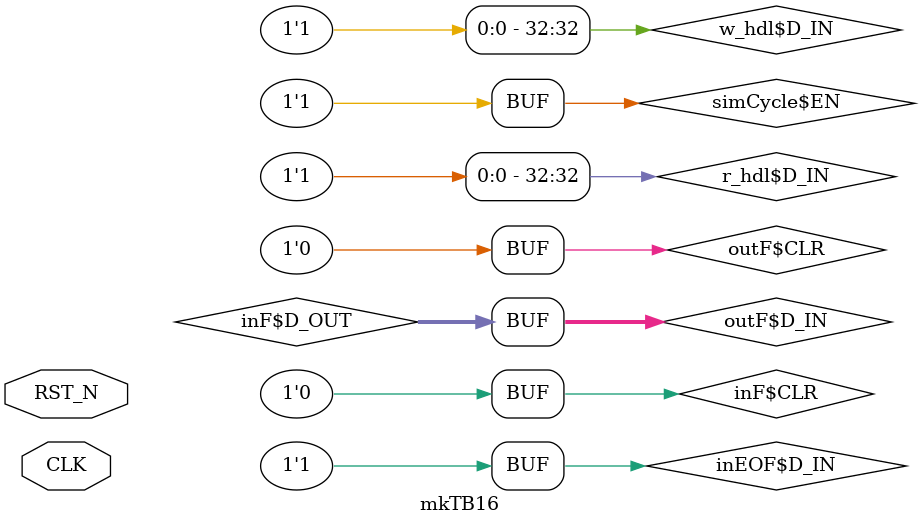
<source format=v>

`ifdef BSV_ASSIGNMENT_DELAY
`else
  `define BSV_ASSIGNMENT_DELAY
`endif

`ifdef BSV_POSITIVE_RESET
  `define BSV_RESET_VALUE 1'b1
  `define BSV_RESET_EDGE posedge
`else
  `define BSV_RESET_VALUE 1'b0
  `define BSV_RESET_EDGE negedge
`endif

module mkTB16(CLK,
	      RST_N);
  input  CLK;
  input  RST_N;

  // register cp2hByteCount
  reg [31 : 0] cp2hByteCount;
  wire [31 : 0] cp2hByteCount$D_IN;
  wire cp2hByteCount$EN;

  // register h2cpByteCount
  reg [31 : 0] h2cpByteCount;
  wire [31 : 0] h2cpByteCount$D_IN;
  wire h2cpByteCount$EN;

  // register inEOF
  reg inEOF;
  wire inEOF$D_IN, inEOF$EN;

  // register r_hdl
  reg [32 : 0] r_hdl;
  wire [32 : 0] r_hdl$D_IN;
  wire r_hdl$EN;

  // register simCycle
  reg [15 : 0] simCycle;
  wire [15 : 0] simCycle$D_IN;
  wire simCycle$EN;

  // register w_hdl
  reg [32 : 0] w_hdl;
  wire [32 : 0] w_hdl$D_IN;
  wire w_hdl$EN;

  // ports of submodule inF
  wire [7 : 0] inF$D_IN, inF$D_OUT;
  wire inF$CLR, inF$DEQ, inF$EMPTY_N, inF$ENQ, inF$FULL_N;

  // ports of submodule outF
  wire [7 : 0] outF$D_IN, outF$D_OUT;
  wire outF$CLR, outF$DEQ, outF$EMPTY_N, outF$ENQ, outF$FULL_N;

  // rule scheduling signals
  wire WILL_FIRE_RL_do_r_char, WILL_FIRE_RL_do_w_char;

  // remaining internal signals
  reg [63 : 0] v__h1146, v__h1334, v__h1690, v__h1787;
  reg [31 : 0] TASK_fopen___d4, TASK_fopen___d9, b__h986;

  // submodule inF
  FIFO2 #(.width(32'd8), .guarded(32'd1)) inF(.RST(RST_N),
					      .CLK(CLK),
					      .D_IN(inF$D_IN),
					      .ENQ(inF$ENQ),
					      .DEQ(inF$DEQ),
					      .CLR(inF$CLR),
					      .D_OUT(inF$D_OUT),
					      .FULL_N(inF$FULL_N),
					      .EMPTY_N(inF$EMPTY_N));

  // submodule outF
  FIFO2 #(.width(32'd8), .guarded(32'd1)) outF(.RST(RST_N),
					       .CLK(CLK),
					       .D_IN(outF$D_IN),
					       .ENQ(outF$ENQ),
					       .DEQ(outF$DEQ),
					       .CLR(outF$CLR),
					       .D_OUT(outF$D_OUT),
					       .FULL_N(outF$FULL_N),
					       .EMPTY_N(outF$EMPTY_N));

  // rule RL_do_r_char
  assign WILL_FIRE_RL_do_r_char = inF$FULL_N && r_hdl[32] && !inEOF ;

  // rule RL_do_w_char
  assign WILL_FIRE_RL_do_w_char = outF$EMPTY_N && w_hdl[32] ;

  // register cp2hByteCount
  assign cp2hByteCount$D_IN = cp2hByteCount + 32'd1 ;
  assign cp2hByteCount$EN = WILL_FIRE_RL_do_w_char ;

  // register h2cpByteCount
  assign h2cpByteCount$D_IN = h2cpByteCount + 32'd1 ;
  assign h2cpByteCount$EN =
	     WILL_FIRE_RL_do_r_char && b__h986 != 32'hFFFFFFFF ;

  // register inEOF
  assign inEOF$D_IN = 1'd1 ;
  assign inEOF$EN = WILL_FIRE_RL_do_r_char && b__h986 == 32'hFFFFFFFF ;

  // register r_hdl
  assign r_hdl$D_IN = { 1'd1, TASK_fopen___d4 } ;
  assign r_hdl$EN = !r_hdl[32] ;

  // register simCycle
  assign simCycle$D_IN = simCycle + 16'd1 ;
  assign simCycle$EN = 1'd1 ;

  // register w_hdl
  assign w_hdl$D_IN = { 1'd1, TASK_fopen___d9 } ;
  assign w_hdl$EN = !w_hdl[32] ;

  // submodule inF
  assign inF$D_IN = b__h986[7:0] ;
  assign inF$ENQ = WILL_FIRE_RL_do_r_char && b__h986 != 32'hFFFFFFFF ;
  assign inF$DEQ = outF$FULL_N && inF$EMPTY_N ;
  assign inF$CLR = 1'b0 ;

  // submodule outF
  assign outF$D_IN = inF$D_OUT ;
  assign outF$ENQ = outF$FULL_N && inF$EMPTY_N ;
  assign outF$DEQ = WILL_FIRE_RL_do_w_char ;
  assign outF$CLR = 1'b0 ;

  // handling of inlined registers

  always@(posedge CLK)
  begin
    if (RST_N == `BSV_RESET_VALUE)
      begin
        cp2hByteCount <= `BSV_ASSIGNMENT_DELAY 32'd0;
	h2cpByteCount <= `BSV_ASSIGNMENT_DELAY 32'd0;
	inEOF <= `BSV_ASSIGNMENT_DELAY 1'd0;
	r_hdl <= `BSV_ASSIGNMENT_DELAY 33'h0AAAAAAAA;
	simCycle <= `BSV_ASSIGNMENT_DELAY 16'd0;
	w_hdl <= `BSV_ASSIGNMENT_DELAY 33'h0AAAAAAAA;
      end
    else
      begin
        if (cp2hByteCount$EN)
	  cp2hByteCount <= `BSV_ASSIGNMENT_DELAY cp2hByteCount$D_IN;
	if (h2cpByteCount$EN)
	  h2cpByteCount <= `BSV_ASSIGNMENT_DELAY h2cpByteCount$D_IN;
	if (inEOF$EN) inEOF <= `BSV_ASSIGNMENT_DELAY inEOF$D_IN;
	if (r_hdl$EN) r_hdl <= `BSV_ASSIGNMENT_DELAY r_hdl$D_IN;
	if (simCycle$EN) simCycle <= `BSV_ASSIGNMENT_DELAY simCycle$D_IN;
	if (w_hdl$EN) w_hdl <= `BSV_ASSIGNMENT_DELAY w_hdl$D_IN;
      end
  end

  // synopsys translate_off
  `ifdef BSV_NO_INITIAL_BLOCKS
  `else // not BSV_NO_INITIAL_BLOCKS
  initial
  begin
    cp2hByteCount = 32'hAAAAAAAA;
    h2cpByteCount = 32'hAAAAAAAA;
    inEOF = 1'h0;
    r_hdl = 33'h0AAAAAAAA;
    simCycle = 16'hAAAA;
    w_hdl = 33'h0AAAAAAAA;
  end
  `endif // BSV_NO_INITIAL_BLOCKS
  // synopsys translate_on

  // handling of system tasks

  // synopsys translate_off
  always@(negedge CLK)
  begin
    #0;
    if (RST_N != `BSV_RESET_VALUE)
      if (!r_hdl[32])
	begin
	  TASK_fopen___d4 = $fopen("/tmp/OpenCPI0_Req", "r");
	  #0;
	end
    if (RST_N != `BSV_RESET_VALUE)
      if (!w_hdl[32])
	begin
	  TASK_fopen___d9 = $fopen("/tmp/OpenCPI0_Resp", "w");
	  #0;
	end
    if (RST_N != `BSV_RESET_VALUE)
      if (WILL_FIRE_RL_do_r_char)
	begin
	  b__h986 = $fgetc(r_hdl[31:0]);
	  #0;
	end
    if (RST_N != `BSV_RESET_VALUE)
      if (WILL_FIRE_RL_do_r_char && b__h986 == 32'hFFFFFFFF)
	begin
	  v__h1146 = $time;
	  #0;
	end
    if (RST_N != `BSV_RESET_VALUE)
      if (WILL_FIRE_RL_do_r_char && b__h986 == 32'hFFFFFFFF)
	$display("[%0d]: do_r_char fgetc returned -1 after %0d Bytes",
		 v__h1146,
		 h2cpByteCount);
    if (RST_N != `BSV_RESET_VALUE)
      if (WILL_FIRE_RL_do_r_char && b__h986 == 32'hFFFFFFFF)
	$fclose(r_hdl[31:0]);
    if (RST_N != `BSV_RESET_VALUE)
      if (WILL_FIRE_RL_do_r_char && b__h986 != 32'hFFFFFFFF)
	begin
	  v__h1334 = $time;
	  #0;
	end
    if (RST_N != `BSV_RESET_VALUE)
      if (WILL_FIRE_RL_do_r_char && b__h986 != 32'hFFFFFFFF)
	$display("[%0d]: get_cp read %x on byte %x ",
		 v__h1334,
		 b__h986[7:0],
		 h2cpByteCount);
    if (RST_N != `BSV_RESET_VALUE)
      if (WILL_FIRE_RL_do_w_char) $fwrite(w_hdl[31:0], "%c", outF$D_OUT);
    if (RST_N != `BSV_RESET_VALUE)
      if (WILL_FIRE_RL_do_w_char) $fflush(w_hdl[31:0]);
    if (RST_N != `BSV_RESET_VALUE)
      if (WILL_FIRE_RL_do_w_char)
	begin
	  v__h1690 = $time;
	  #0;
	end
    if (RST_N != `BSV_RESET_VALUE)
      if (WILL_FIRE_RL_do_w_char)
	$display("[%0d]: get_cp write %x on byte %x ",
		 v__h1690,
		 outF$D_OUT,
		 cp2hByteCount);
    if (RST_N != `BSV_RESET_VALUE)
      if (simCycle == 16'd1000)
	begin
	  v__h1787 = $time;
	  #0;
	end
    if (RST_N != `BSV_RESET_VALUE)
      if (simCycle == 16'd1000)
	$display("[%0d]: %m: mkTB16 termination", v__h1787);
    if (RST_N != `BSV_RESET_VALUE) if (simCycle == 16'd1000) $finish(32'd1);
  end
  // synopsys translate_on
endmodule  // mkTB16


</source>
